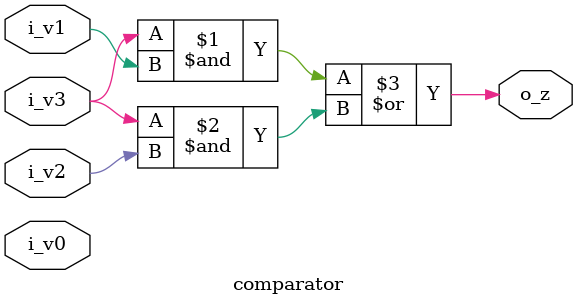
<source format=v>

`default_nettype none

module comparator(
	input 	i_v3,
	input 	i_v2,
	input 	i_v1,
	input 	i_v0,
	output 	o_z
);

	// Combinational Logic only
	// TODO
	assign o_z = i_v3&i_v1|i_v3&i_v2;
endmodule


</source>
